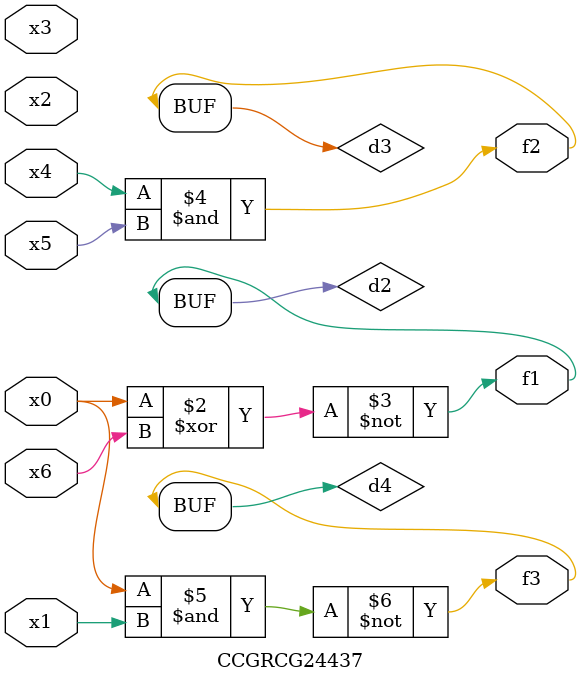
<source format=v>
module CCGRCG24437(
	input x0, x1, x2, x3, x4, x5, x6,
	output f1, f2, f3
);

	wire d1, d2, d3, d4;

	nor (d1, x0);
	xnor (d2, x0, x6);
	and (d3, x4, x5);
	nand (d4, x0, x1);
	assign f1 = d2;
	assign f2 = d3;
	assign f3 = d4;
endmodule

</source>
